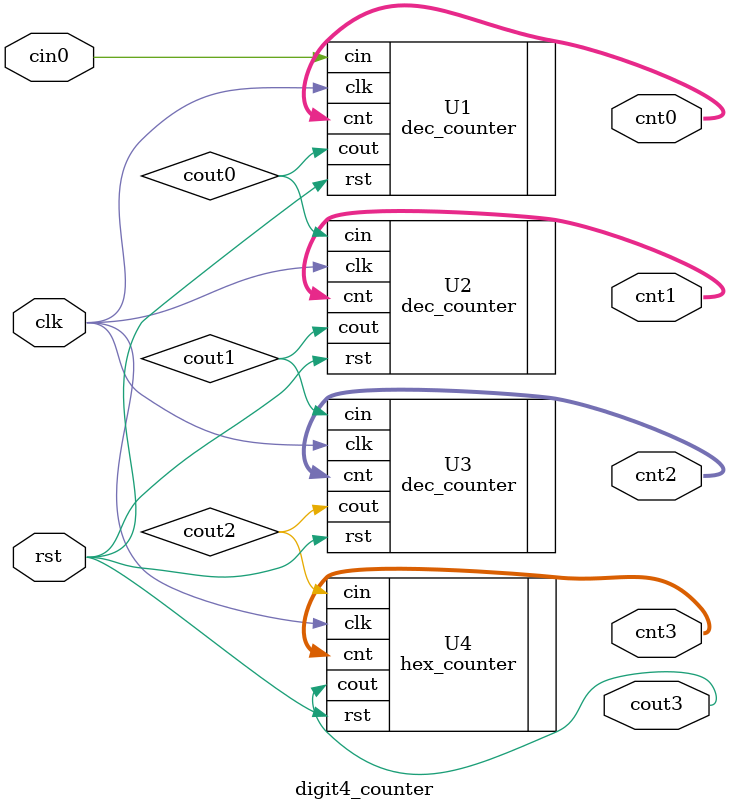
<source format=v>
`timescale 1ns / 1ps
module digit4_counter(clk, rst, cin0, cnt0, cnt1, cnt2, cnt3, cout3);
    input clk;
    input rst;
    input cin0;
    output [3:0] cnt0;
    output [3:0] cnt1;
    output [3:0] cnt2;
    output [3:0] cnt3;
    output cout3;

    wire [3:0] cnt0;
    wire [3:0] cnt1;
    wire [3:0] cnt2;
    wire [3:0] cnt3;
    
    dec_counter U1 (.clk(clk), .rst(rst), .cin(cin0), .cout(cout0), .cnt(cnt0)); 
    dec_counter U2 (.clk(clk), .rst(rst), .cin(cout0), .cout(cout1), .cnt(cnt1));
    dec_counter U3 (.clk(clk), .rst(rst), .cin(cout1), .cout(cout2), .cnt(cnt2));
    hex_counter U4 (.clk(clk), .rst(rst), .cin(cout2), .cout(cout3), .cnt(cnt3));
    
endmodule

</source>
